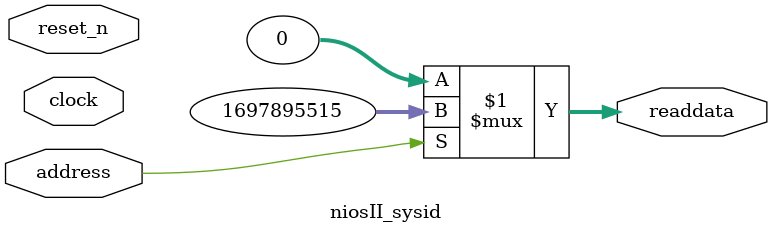
<source format=v>



// synthesis translate_off
`timescale 1ns / 1ps
// synthesis translate_on

// turn off superfluous verilog processor warnings 
// altera message_level Level1 
// altera message_off 10034 10035 10036 10037 10230 10240 10030 

module niosII_sysid (
               // inputs:
                address,
                clock,
                reset_n,

               // outputs:
                readdata
             )
;

  output  [ 31: 0] readdata;
  input            address;
  input            clock;
  input            reset_n;

  wire    [ 31: 0] readdata;
  //control_slave, which is an e_avalon_slave
  assign readdata = address ? 1697895515 : 0;

endmodule



</source>
